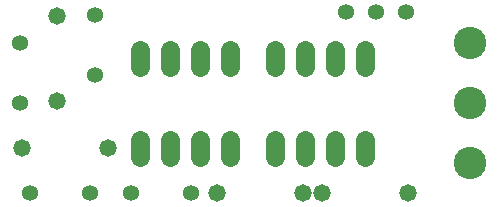
<source format=gbr>
G04 EAGLE Gerber RS-274X export*
G75*
%MOMM*%
%FSLAX34Y34*%
%LPD*%
%INSoldermask Top*%
%IPPOS*%
%AMOC8*
5,1,8,0,0,1.08239X$1,22.5*%
G01*
G04 Define Apertures*
%ADD10C,1.361200*%
%ADD11C,1.473200*%
%ADD12C,2.743200*%
%ADD13C,1.603200*%
D10*
X631190Y25400D03*
X580390Y25400D03*
X571500Y101600D03*
X571500Y152400D03*
X847456Y178564D03*
X898256Y178564D03*
X872856Y178564D03*
D11*
X645800Y63500D03*
X573400Y63500D03*
X603250Y103500D03*
X603250Y175900D03*
X738500Y25400D03*
X810900Y25400D03*
X827400Y25400D03*
X899800Y25400D03*
D12*
X952500Y50800D03*
X952500Y101600D03*
X952500Y152400D03*
D10*
X716280Y25781D03*
X665480Y25781D03*
X635000Y176530D03*
X635000Y125730D03*
D13*
X749300Y132700D02*
X749300Y146700D01*
X723900Y146700D02*
X723900Y132700D01*
X698500Y132700D02*
X698500Y146700D01*
X673100Y146700D02*
X673100Y132700D01*
X673100Y70500D02*
X673100Y56500D01*
X698500Y56500D02*
X698500Y70500D01*
X723900Y70500D02*
X723900Y56500D01*
X749300Y56500D02*
X749300Y70500D01*
X863600Y132700D02*
X863600Y146700D01*
X838200Y146700D02*
X838200Y132700D01*
X812800Y132700D02*
X812800Y146700D01*
X787400Y146700D02*
X787400Y132700D01*
X787400Y70500D02*
X787400Y56500D01*
X812800Y56500D02*
X812800Y70500D01*
X838200Y70500D02*
X838200Y56500D01*
X863600Y56500D02*
X863600Y70500D01*
M02*

</source>
